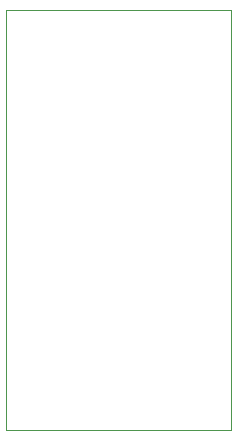
<source format=gbr>
%TF.GenerationSoftware,KiCad,Pcbnew,(5.1.9)-1*%
%TF.CreationDate,2021-11-22T21:10:40-05:00*%
%TF.ProjectId,main,6d61696e-2e6b-4696-9361-645f70636258,rev?*%
%TF.SameCoordinates,Original*%
%TF.FileFunction,Profile,NP*%
%FSLAX46Y46*%
G04 Gerber Fmt 4.6, Leading zero omitted, Abs format (unit mm)*
G04 Created by KiCad (PCBNEW (5.1.9)-1) date 2021-11-22 21:10:40*
%MOMM*%
%LPD*%
G01*
G04 APERTURE LIST*
%TA.AperFunction,Profile*%
%ADD10C,0.050000*%
%TD*%
G04 APERTURE END LIST*
D10*
X-1905000Y1270000D02*
X-1905000Y-34290000D01*
X17145000Y1270000D02*
X-1905000Y1270000D01*
X17145000Y-34290000D02*
X17145000Y1270000D01*
X-1905000Y-34290000D02*
X17145000Y-34290000D01*
M02*

</source>
